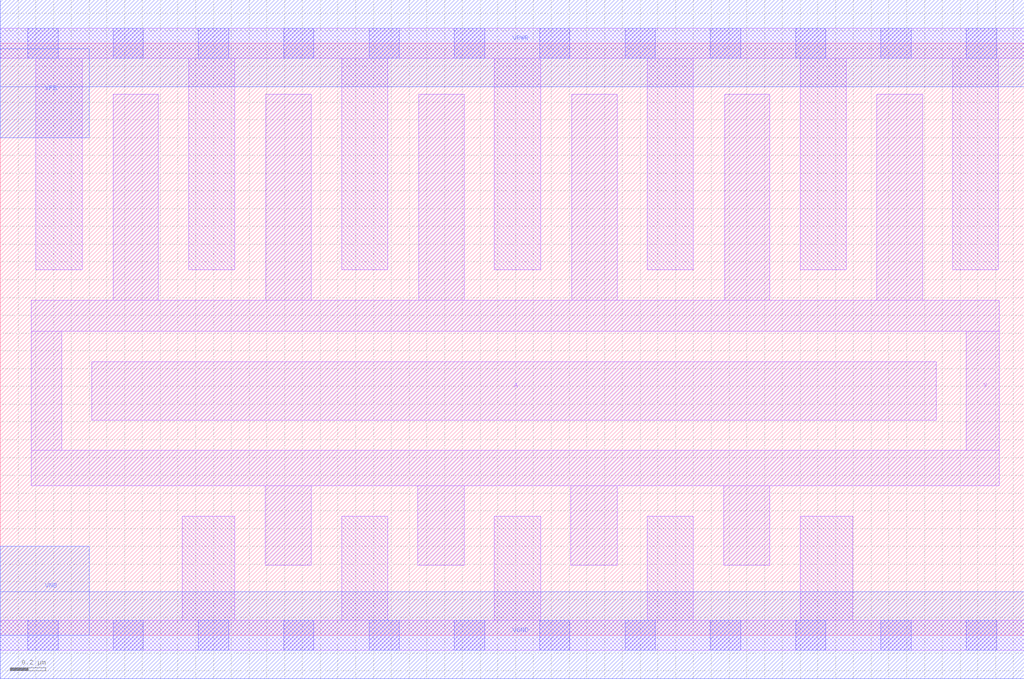
<source format=lef>
# Copyright 2020 The SkyWater PDK Authors
#
# Licensed under the Apache License, Version 2.0 (the "License");
# you may not use this file except in compliance with the License.
# You may obtain a copy of the License at
#
#     https://www.apache.org/licenses/LICENSE-2.0
#
# Unless required by applicable law or agreed to in writing, software
# distributed under the License is distributed on an "AS IS" BASIS,
# WITHOUT WARRANTIES OR CONDITIONS OF ANY KIND, either express or implied.
# See the License for the specific language governing permissions and
# limitations under the License.
#
# SPDX-License-Identifier: Apache-2.0

VERSION 5.5 ;
NAMESCASESENSITIVE ON ;
BUSBITCHARS "[]" ;
DIVIDERCHAR "/" ;
MACRO sky130_fd_sc_lp__clkinv_8
  CLASS CORE ;
  SOURCE USER ;
  ORIGIN  0.000000  0.000000 ;
  SIZE  5.760000 BY  3.330000 ;
  SYMMETRY X Y R90 ;
  SITE unit ;
  PIN A
    ANTENNAGATEAREA  2.772000 ;
    DIRECTION INPUT ;
    USE SIGNAL ;
    PORT
      LAYER li1 ;
        RECT 0.515000 1.210000 5.265000 1.540000 ;
    END
  END A
  PIN Y
    ANTENNADIFFAREA  2.587200 ;
    DIRECTION OUTPUT ;
    USE SIGNAL ;
    PORT
      LAYER li1 ;
        RECT 0.175000 0.840000 5.620000 1.040000 ;
        RECT 0.175000 1.040000 0.345000 1.710000 ;
        RECT 0.175000 1.710000 5.620000 1.885000 ;
        RECT 0.635000 1.885000 0.890000 3.045000 ;
        RECT 1.490000 0.395000 1.750000 0.840000 ;
        RECT 1.495000 1.885000 1.750000 3.045000 ;
        RECT 2.350000 0.395000 2.610000 0.840000 ;
        RECT 2.355000 1.885000 2.610000 3.045000 ;
        RECT 3.210000 0.395000 3.470000 0.840000 ;
        RECT 3.215000 1.885000 3.470000 3.045000 ;
        RECT 4.070000 0.395000 4.330000 0.840000 ;
        RECT 4.075000 1.885000 4.330000 3.045000 ;
        RECT 4.930000 1.885000 5.190000 3.045000 ;
        RECT 5.435000 1.040000 5.620000 1.710000 ;
    END
  END Y
  PIN VGND
    DIRECTION INOUT ;
    USE GROUND ;
    PORT
      LAYER met1 ;
        RECT 0.000000 -0.245000 5.760000 0.245000 ;
    END
  END VGND
  PIN VNB
    DIRECTION INOUT ;
    USE GROUND ;
    PORT
      LAYER met1 ;
        RECT 0.000000 0.000000 0.500000 0.500000 ;
    END
  END VNB
  PIN VPB
    DIRECTION INOUT ;
    USE POWER ;
    PORT
      LAYER met1 ;
        RECT 0.000000 2.800000 0.500000 3.300000 ;
    END
  END VPB
  PIN VPWR
    DIRECTION INOUT ;
    USE POWER ;
    PORT
      LAYER met1 ;
        RECT 0.000000 3.085000 5.760000 3.575000 ;
    END
  END VPWR
  OBS
    LAYER li1 ;
      RECT 0.000000 -0.085000 5.760000 0.085000 ;
      RECT 0.000000  3.245000 5.760000 3.415000 ;
      RECT 0.200000  2.055000 0.460000 3.245000 ;
      RECT 1.025000  0.085000 1.320000 0.670000 ;
      RECT 1.060000  2.055000 1.320000 3.245000 ;
      RECT 1.920000  0.085000 2.180000 0.670000 ;
      RECT 1.920000  2.055000 2.180000 3.245000 ;
      RECT 2.780000  0.085000 3.040000 0.670000 ;
      RECT 2.780000  2.055000 3.040000 3.245000 ;
      RECT 3.640000  0.085000 3.900000 0.670000 ;
      RECT 3.640000  2.055000 3.900000 3.245000 ;
      RECT 4.500000  0.085000 4.795000 0.670000 ;
      RECT 4.500000  2.055000 4.760000 3.245000 ;
      RECT 5.360000  2.055000 5.615000 3.245000 ;
    LAYER mcon ;
      RECT 0.155000 -0.085000 0.325000 0.085000 ;
      RECT 0.155000  3.245000 0.325000 3.415000 ;
      RECT 0.635000 -0.085000 0.805000 0.085000 ;
      RECT 0.635000  3.245000 0.805000 3.415000 ;
      RECT 1.115000 -0.085000 1.285000 0.085000 ;
      RECT 1.115000  3.245000 1.285000 3.415000 ;
      RECT 1.595000 -0.085000 1.765000 0.085000 ;
      RECT 1.595000  3.245000 1.765000 3.415000 ;
      RECT 2.075000 -0.085000 2.245000 0.085000 ;
      RECT 2.075000  3.245000 2.245000 3.415000 ;
      RECT 2.555000 -0.085000 2.725000 0.085000 ;
      RECT 2.555000  3.245000 2.725000 3.415000 ;
      RECT 3.035000 -0.085000 3.205000 0.085000 ;
      RECT 3.035000  3.245000 3.205000 3.415000 ;
      RECT 3.515000 -0.085000 3.685000 0.085000 ;
      RECT 3.515000  3.245000 3.685000 3.415000 ;
      RECT 3.995000 -0.085000 4.165000 0.085000 ;
      RECT 3.995000  3.245000 4.165000 3.415000 ;
      RECT 4.475000 -0.085000 4.645000 0.085000 ;
      RECT 4.475000  3.245000 4.645000 3.415000 ;
      RECT 4.955000 -0.085000 5.125000 0.085000 ;
      RECT 4.955000  3.245000 5.125000 3.415000 ;
      RECT 5.435000 -0.085000 5.605000 0.085000 ;
      RECT 5.435000  3.245000 5.605000 3.415000 ;
  END
END sky130_fd_sc_lp__clkinv_8
END LIBRARY

</source>
